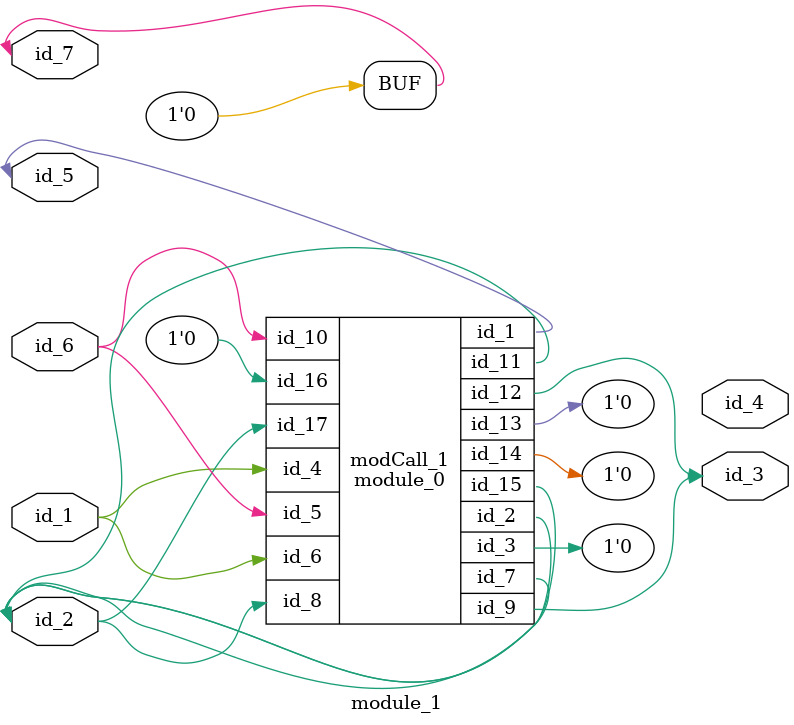
<source format=v>
module module_0 (
    id_1,
    id_2,
    id_3,
    id_4,
    id_5,
    id_6,
    id_7,
    id_8,
    id_9,
    id_10,
    id_11,
    id_12,
    id_13,
    id_14,
    id_15,
    id_16,
    id_17
);
  input wire id_17;
  input wire id_16;
  output wire id_15;
  output wire id_14;
  output wire id_13;
  output wire id_12;
  inout wire id_11;
  input wire id_10;
  output wire id_9;
  input wire id_8;
  inout wire id_7;
  input wire id_6;
  input wire id_5;
  input wire id_4;
  inout wire id_3;
  inout wire id_2;
  inout wire id_1;
  wire id_18;
endmodule
module module_1 (
    id_1,
    id_2,
    id_3,
    id_4,
    id_5,
    id_6,
    id_7
);
  inout wire id_7;
  input wire id_6;
  inout wire id_5;
  output wire id_4;
  output wire id_3;
  inout wire id_2;
  input wire id_1;
  module_0 modCall_1 (
      id_5,
      id_2,
      id_7,
      id_1,
      id_6,
      id_1,
      id_2,
      id_2,
      id_3,
      id_6,
      id_2,
      id_3,
      id_7,
      id_7,
      id_2,
      id_7,
      id_2
  );
  assign id_7 = 1'b0;
  wire id_8;
  wire id_9;
endmodule

</source>
